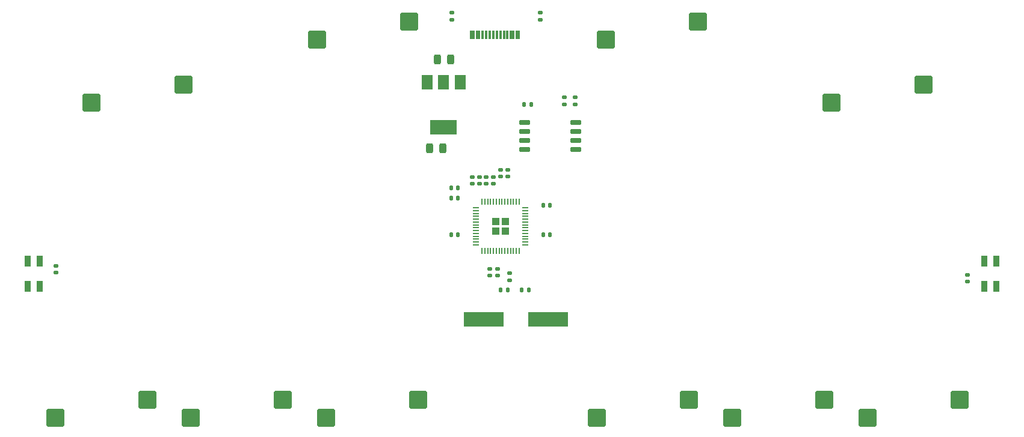
<source format=gbr>
G04 #@! TF.GenerationSoftware,KiCad,Pcbnew,(6.0.5)*
G04 #@! TF.CreationDate,2022-05-28T18:13:48+02:00*
G04 #@! TF.ProjectId,minigeki,6d696e69-6765-46b6-992e-6b696361645f,REV1*
G04 #@! TF.SameCoordinates,Original*
G04 #@! TF.FileFunction,Paste,Bot*
G04 #@! TF.FilePolarity,Positive*
%FSLAX46Y46*%
G04 Gerber Fmt 4.6, Leading zero omitted, Abs format (unit mm)*
G04 Created by KiCad (PCBNEW (6.0.5)) date 2022-05-28 18:13:48*
%MOMM*%
%LPD*%
G01*
G04 APERTURE LIST*
G04 Aperture macros list*
%AMRoundRect*
0 Rectangle with rounded corners*
0 $1 Rounding radius*
0 $2 $3 $4 $5 $6 $7 $8 $9 X,Y pos of 4 corners*
0 Add a 4 corners polygon primitive as box body*
4,1,4,$2,$3,$4,$5,$6,$7,$8,$9,$2,$3,0*
0 Add four circle primitives for the rounded corners*
1,1,$1+$1,$2,$3*
1,1,$1+$1,$4,$5*
1,1,$1+$1,$6,$7*
1,1,$1+$1,$8,$9*
0 Add four rect primitives between the rounded corners*
20,1,$1+$1,$2,$3,$4,$5,0*
20,1,$1+$1,$4,$5,$6,$7,0*
20,1,$1+$1,$6,$7,$8,$9,0*
20,1,$1+$1,$8,$9,$2,$3,0*%
G04 Aperture macros list end*
%ADD10RoundRect,0.250000X-1.025000X-1.000000X1.025000X-1.000000X1.025000X1.000000X-1.025000X1.000000X0*%
%ADD11RoundRect,0.243750X0.243750X0.456250X-0.243750X0.456250X-0.243750X-0.456250X0.243750X-0.456250X0*%
%ADD12RoundRect,0.147500X0.172500X-0.147500X0.172500X0.147500X-0.172500X0.147500X-0.172500X-0.147500X0*%
%ADD13RoundRect,0.147500X-0.147500X-0.172500X0.147500X-0.172500X0.147500X0.172500X-0.147500X0.172500X0*%
%ADD14RoundRect,0.147500X-0.172500X0.147500X-0.172500X-0.147500X0.172500X-0.147500X0.172500X0.147500X0*%
%ADD15R,1.500000X2.000000*%
%ADD16R,3.800000X2.000000*%
%ADD17RoundRect,0.150000X0.650000X0.150000X-0.650000X0.150000X-0.650000X-0.150000X0.650000X-0.150000X0*%
%ADD18RoundRect,0.147500X0.147500X0.172500X-0.147500X0.172500X-0.147500X-0.172500X0.147500X-0.172500X0*%
%ADD19RoundRect,0.250000X0.292217X0.292217X-0.292217X0.292217X-0.292217X-0.292217X0.292217X-0.292217X0*%
%ADD20RoundRect,0.050000X0.387500X0.050000X-0.387500X0.050000X-0.387500X-0.050000X0.387500X-0.050000X0*%
%ADD21RoundRect,0.050000X0.050000X0.387500X-0.050000X0.387500X-0.050000X-0.387500X0.050000X-0.387500X0*%
%ADD22R,5.600000X2.100000*%
%ADD23RoundRect,0.140000X-0.170000X0.140000X-0.170000X-0.140000X0.170000X-0.140000X0.170000X0.140000X0*%
%ADD24RoundRect,0.135000X-0.185000X0.135000X-0.185000X-0.135000X0.185000X-0.135000X0.185000X0.135000X0*%
%ADD25R,0.850000X1.600000*%
%ADD26R,0.300000X1.150000*%
%ADD27RoundRect,0.140000X0.170000X-0.140000X0.170000X0.140000X-0.170000X0.140000X-0.170000X-0.140000X0*%
G04 APERTURE END LIST*
D10*
X114835000Y-73660000D03*
X127762000Y-71120000D03*
X42445000Y-82550000D03*
X55372000Y-80010000D03*
X75465000Y-127000000D03*
X88392000Y-124460000D03*
X132615000Y-127000000D03*
X145542000Y-124460000D03*
X37365000Y-127000000D03*
X50292000Y-124460000D03*
X56415000Y-127000000D03*
X69342000Y-124460000D03*
X146585000Y-82550000D03*
X159512000Y-80010000D03*
X113565000Y-127000000D03*
X126492000Y-124460000D03*
X74195000Y-73660000D03*
X87122000Y-71120000D03*
X151665000Y-127000000D03*
X164592000Y-124460000D03*
D11*
X91912500Y-89000000D03*
X90037500Y-89000000D03*
D12*
X96000000Y-94000000D03*
X96000000Y-93030000D03*
X97000000Y-94000000D03*
X97000000Y-93030000D03*
D13*
X106000000Y-101200000D03*
X106970000Y-101200000D03*
X103330000Y-82830000D03*
X104300000Y-82830000D03*
D14*
X110500000Y-81830000D03*
X110500000Y-82800000D03*
D15*
X89700000Y-79700000D03*
D16*
X92000000Y-86000000D03*
D15*
X92000000Y-79700000D03*
X94300000Y-79700000D03*
D17*
X110550000Y-85370000D03*
X110550000Y-86640000D03*
X110550000Y-87910000D03*
X110550000Y-89180000D03*
X103350000Y-89180000D03*
X103350000Y-87910000D03*
X103350000Y-86640000D03*
X103350000Y-85370000D03*
D18*
X101000000Y-109000000D03*
X100030000Y-109000000D03*
D12*
X109000000Y-82800000D03*
X109000000Y-81830000D03*
X100000000Y-93000000D03*
X100000000Y-92030000D03*
D18*
X94000000Y-101200000D03*
X93030000Y-101200000D03*
D14*
X99619000Y-106000000D03*
X99619000Y-106970000D03*
X99000000Y-93030000D03*
X99000000Y-94000000D03*
X98500000Y-106000000D03*
X98500000Y-106970000D03*
D11*
X93000000Y-76500000D03*
X91125000Y-76500000D03*
D13*
X106000000Y-97000000D03*
X106970000Y-97000000D03*
D18*
X94000000Y-94600000D03*
X93030000Y-94600000D03*
D19*
X100637500Y-99362500D03*
X99362500Y-99362500D03*
X99362500Y-100637500D03*
X100637500Y-100637500D03*
D20*
X103437500Y-97400000D03*
X103437500Y-97800000D03*
X103437500Y-98200000D03*
X103437500Y-98600000D03*
X103437500Y-99000000D03*
X103437500Y-99400000D03*
X103437500Y-99800000D03*
X103437500Y-100200000D03*
X103437500Y-100600000D03*
X103437500Y-101000000D03*
X103437500Y-101400000D03*
X103437500Y-101800000D03*
X103437500Y-102200000D03*
X103437500Y-102600000D03*
D21*
X102600000Y-103437500D03*
X102200000Y-103437500D03*
X101800000Y-103437500D03*
X101400000Y-103437500D03*
X101000000Y-103437500D03*
X100600000Y-103437500D03*
X100200000Y-103437500D03*
X99800000Y-103437500D03*
X99400000Y-103437500D03*
X99000000Y-103437500D03*
X98600000Y-103437500D03*
X98200000Y-103437500D03*
X97800000Y-103437500D03*
X97400000Y-103437500D03*
D20*
X96562500Y-102600000D03*
X96562500Y-102200000D03*
X96562500Y-101800000D03*
X96562500Y-101400000D03*
X96562500Y-101000000D03*
X96562500Y-100600000D03*
X96562500Y-100200000D03*
X96562500Y-99800000D03*
X96562500Y-99400000D03*
X96562500Y-99000000D03*
X96562500Y-98600000D03*
X96562500Y-98200000D03*
X96562500Y-97800000D03*
X96562500Y-97400000D03*
D21*
X97400000Y-96562500D03*
X97800000Y-96562500D03*
X98200000Y-96562500D03*
X98600000Y-96562500D03*
X99000000Y-96562500D03*
X99400000Y-96562500D03*
X99800000Y-96562500D03*
X100200000Y-96562500D03*
X100600000Y-96562500D03*
X101000000Y-96562500D03*
X101400000Y-96562500D03*
X101800000Y-96562500D03*
X102200000Y-96562500D03*
X102600000Y-96562500D03*
D13*
X103000000Y-109000000D03*
X103970000Y-109000000D03*
D14*
X98000000Y-93030000D03*
X98000000Y-94000000D03*
D12*
X101000000Y-93000000D03*
X101000000Y-92030000D03*
D18*
X94000000Y-96000000D03*
X93030000Y-96000000D03*
D14*
X101300000Y-106630000D03*
X101300000Y-107600000D03*
D22*
X106659000Y-113116000D03*
X97659000Y-113116000D03*
D23*
X165735000Y-106835000D03*
X165735000Y-107795000D03*
D24*
X105568000Y-69835000D03*
X105568000Y-70855000D03*
D25*
X168035000Y-104930000D03*
X169785000Y-104930000D03*
X169785000Y-108430000D03*
X168035000Y-108430000D03*
D26*
X95868000Y-72997000D03*
X96668000Y-72997000D03*
X97968000Y-72997000D03*
X98968000Y-72997000D03*
X99468000Y-72997000D03*
X100468000Y-72997000D03*
X101768000Y-72997000D03*
X102568000Y-72997000D03*
X102268000Y-72997000D03*
X101468000Y-72997000D03*
X100968000Y-72997000D03*
X99968000Y-72997000D03*
X98468000Y-72997000D03*
X97468000Y-72997000D03*
X96968000Y-72997000D03*
X96168000Y-72997000D03*
D27*
X37465000Y-106525000D03*
X37465000Y-105565000D03*
D24*
X93122000Y-69835000D03*
X93122000Y-70855000D03*
D25*
X35165000Y-108430000D03*
X33415000Y-108430000D03*
X33415000Y-104930000D03*
X35165000Y-104930000D03*
M02*

</source>
